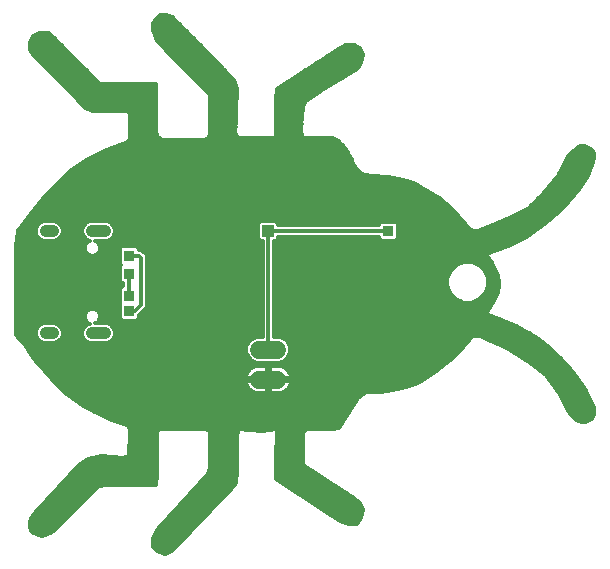
<source format=gbl>
G75*
%MOIN*%
%OFA0B0*%
%FSLAX24Y24*%
%IPPOS*%
%LPD*%
%AMOC8*
5,1,8,0,0,1.08239X$1,22.5*
%
%ADD10C,0.0394*%
%ADD11C,0.0600*%
%ADD12C,0.0120*%
%ADD13R,0.0376X0.0376*%
%ADD14R,0.0400X0.0400*%
D10*
X008422Y015483D02*
X008658Y015483D01*
X009970Y015483D02*
X010402Y015483D01*
X010402Y018884D02*
X009970Y018884D01*
X008658Y018884D02*
X008422Y018884D01*
D11*
X015546Y014933D02*
X016146Y014933D01*
X016146Y013933D02*
X015546Y013933D01*
D12*
X007896Y009033D02*
X007946Y008883D01*
X008096Y008783D01*
X008296Y008733D01*
X008496Y008783D01*
X008696Y008883D01*
X010196Y010383D01*
X010446Y010433D01*
X012096Y010433D01*
X012146Y010783D01*
X012146Y012183D01*
X012246Y012283D01*
X013746Y012283D01*
X013896Y012233D01*
X013896Y010983D01*
X013846Y010783D01*
X012146Y008933D01*
X011996Y008633D01*
X011996Y008383D01*
X012146Y008233D01*
X012396Y008133D01*
X012646Y008233D01*
X014746Y010433D01*
X014796Y010783D01*
X014796Y012033D01*
X014846Y012283D01*
X015646Y012233D01*
X016146Y012283D01*
X016096Y011183D01*
X016096Y010633D01*
X018246Y009233D01*
X018546Y009133D01*
X018796Y009133D01*
X018946Y009333D01*
X018996Y009583D01*
X018896Y009833D01*
X018646Y010033D01*
X016996Y011083D01*
X016996Y012183D01*
X017146Y012283D01*
X017996Y012283D01*
X018196Y012333D01*
X018846Y013333D01*
X019096Y013533D01*
X019596Y013533D01*
X019996Y013583D01*
X020446Y013683D01*
X020846Y013833D01*
X021096Y013983D01*
X021396Y014183D01*
X022046Y014683D01*
X022446Y015133D01*
X022646Y015383D01*
X022896Y015383D01*
X023796Y014983D01*
X024546Y014533D01*
X025096Y014083D01*
X025546Y013483D01*
X025846Y012883D01*
X026096Y012583D01*
X026296Y012533D01*
X026446Y012533D01*
X026646Y012633D01*
X026696Y012783D01*
X026696Y013033D01*
X026396Y013633D01*
X025996Y014183D01*
X025646Y014583D01*
X025246Y014983D01*
X024796Y015333D01*
X024096Y015733D01*
X023096Y016133D01*
X023396Y016633D01*
X023496Y016833D01*
X023546Y017133D01*
X023496Y017433D01*
X023296Y017833D01*
X023096Y018133D01*
X023946Y018433D01*
X024496Y018733D01*
X025146Y019183D01*
X025596Y019583D01*
X025896Y019933D01*
X026246Y020333D01*
X026496Y020733D01*
X026646Y021083D01*
X026696Y021333D01*
X026696Y021483D01*
X026596Y021633D01*
X026396Y021733D01*
X026246Y021733D01*
X026096Y021633D01*
X025846Y021383D01*
X025496Y020733D01*
X024996Y020133D01*
X024496Y019633D01*
X023796Y019283D01*
X023346Y019083D01*
X022846Y018883D01*
X022646Y018883D01*
X022446Y019083D01*
X021996Y019583D01*
X021896Y019683D01*
X021546Y019983D01*
X021146Y020233D01*
X020696Y020483D01*
X020196Y020633D01*
X019846Y020683D01*
X019296Y020733D01*
X018946Y020783D01*
X018746Y021033D01*
X018446Y021633D01*
X018146Y021933D01*
X017996Y021983D01*
X016996Y021983D01*
X016946Y022133D01*
X016946Y022383D01*
X016996Y023033D01*
X017096Y023233D01*
X017646Y023583D01*
X018796Y024283D01*
X018946Y024483D01*
X018996Y024783D01*
X018896Y024983D01*
X018696Y025083D01*
X018446Y025083D01*
X018296Y025033D01*
X016146Y023633D01*
X016096Y023283D01*
X016096Y021983D01*
X014846Y021983D01*
X014746Y022133D01*
X014796Y023633D01*
X014696Y023933D01*
X012646Y026033D01*
X012446Y026083D01*
X012246Y026083D01*
X011996Y025833D01*
X011996Y025583D01*
X012146Y025233D01*
X013896Y023433D01*
X013896Y022083D01*
X013846Y021983D01*
X013696Y021933D01*
X012346Y021933D01*
X012146Y022033D01*
X012096Y022233D01*
X012096Y023783D01*
X010246Y023783D01*
X008546Y025483D01*
X008246Y025483D01*
X007996Y025383D01*
X007896Y025183D01*
X007896Y024933D01*
X008046Y024733D01*
X009446Y023333D01*
X009746Y022983D01*
X009996Y022883D01*
X011196Y022883D01*
X011246Y022733D01*
X011246Y021933D01*
X011096Y021833D01*
X010546Y021633D01*
X009846Y021283D01*
X009246Y020883D01*
X008446Y020083D01*
X007896Y019433D01*
X007496Y018883D01*
X007446Y018383D01*
X007446Y015433D01*
X007746Y015083D01*
X008046Y014633D01*
X008346Y014283D01*
X008596Y013983D01*
X009046Y013533D01*
X009746Y013033D01*
X010196Y012783D01*
X010646Y012583D01*
X010946Y012483D01*
X011196Y012383D01*
X011246Y012233D01*
X011246Y012033D01*
X011196Y011533D01*
X011196Y011383D01*
X010996Y011333D01*
X010296Y011383D01*
X009846Y011283D01*
X009546Y011083D01*
X007996Y009433D01*
X007896Y009233D01*
X007896Y009033D01*
X007896Y009073D02*
X008886Y009073D01*
X008768Y008955D02*
X007922Y008955D01*
X008017Y008836D02*
X008602Y008836D01*
X009005Y009192D02*
X007896Y009192D01*
X007935Y009310D02*
X009123Y009310D01*
X009242Y009429D02*
X007994Y009429D01*
X008103Y009547D02*
X009360Y009547D01*
X009479Y009666D02*
X008215Y009666D01*
X008326Y009784D02*
X009597Y009784D01*
X009716Y009903D02*
X008437Y009903D01*
X008549Y010021D02*
X009834Y010021D01*
X009953Y010140D02*
X008660Y010140D01*
X008771Y010258D02*
X010071Y010258D01*
X010190Y010377D02*
X008883Y010377D01*
X008994Y010495D02*
X012105Y010495D01*
X012122Y010614D02*
X009105Y010614D01*
X009216Y010732D02*
X012139Y010732D01*
X012146Y010851D02*
X009328Y010851D01*
X009439Y010969D02*
X012146Y010969D01*
X012146Y011088D02*
X009553Y011088D01*
X009731Y011206D02*
X012146Y011206D01*
X012146Y011325D02*
X010033Y011325D01*
X011196Y011443D02*
X012146Y011443D01*
X012146Y011562D02*
X011199Y011562D01*
X011211Y011680D02*
X012146Y011680D01*
X012146Y011799D02*
X011223Y011799D01*
X011235Y011917D02*
X012146Y011917D01*
X012146Y012036D02*
X011246Y012036D01*
X011246Y012154D02*
X012146Y012154D01*
X012236Y012273D02*
X011233Y012273D01*
X011176Y012391D02*
X018234Y012391D01*
X018311Y012510D02*
X010867Y012510D01*
X010545Y012628D02*
X018388Y012628D01*
X018465Y012747D02*
X010278Y012747D01*
X010049Y012865D02*
X018542Y012865D01*
X018619Y012984D02*
X009835Y012984D01*
X009650Y013102D02*
X018696Y013102D01*
X018773Y013221D02*
X009484Y013221D01*
X009318Y013339D02*
X018854Y013339D01*
X019002Y013458D02*
X009152Y013458D01*
X009003Y013576D02*
X015255Y013576D01*
X015247Y013582D02*
X015305Y013540D01*
X015370Y013507D01*
X015438Y013485D01*
X015510Y013473D01*
X015806Y013473D01*
X015806Y013893D01*
X015886Y013893D01*
X015886Y013473D01*
X016182Y013473D01*
X016254Y013485D01*
X016323Y013507D01*
X016387Y013540D01*
X016446Y013582D01*
X016497Y013634D01*
X016540Y013692D01*
X016572Y013757D01*
X016595Y013826D01*
X016606Y013893D01*
X015886Y013893D01*
X015886Y013973D01*
X016606Y013973D01*
X016595Y014041D01*
X016572Y014110D01*
X016540Y014174D01*
X016497Y014233D01*
X016446Y014284D01*
X016387Y014327D01*
X016323Y014360D01*
X016254Y014382D01*
X016182Y014393D01*
X015886Y014393D01*
X015886Y013973D01*
X015806Y013973D01*
X015806Y013893D01*
X015087Y013893D01*
X015098Y013826D01*
X015120Y013757D01*
X015153Y013692D01*
X015195Y013634D01*
X015247Y013582D01*
X015151Y013695D02*
X008885Y013695D01*
X008766Y013813D02*
X015101Y013813D01*
X015087Y013973D02*
X015806Y013973D01*
X015806Y014393D01*
X015510Y014393D01*
X015438Y014382D01*
X015370Y014360D01*
X015305Y014327D01*
X015247Y014284D01*
X015195Y014233D01*
X015153Y014174D01*
X015120Y014110D01*
X015098Y014041D01*
X015087Y013973D01*
X015101Y014050D02*
X008540Y014050D01*
X008442Y014169D02*
X015150Y014169D01*
X015251Y014287D02*
X008343Y014287D01*
X008241Y014406D02*
X021685Y014406D01*
X021531Y014287D02*
X016442Y014287D01*
X016542Y014169D02*
X021374Y014169D01*
X021197Y014050D02*
X016592Y014050D01*
X016591Y013813D02*
X020793Y013813D01*
X021010Y013932D02*
X015886Y013932D01*
X015806Y013932D02*
X008648Y013932D01*
X008140Y014524D02*
X015410Y014524D01*
X015461Y014503D02*
X016232Y014503D01*
X016390Y014569D01*
X016511Y014690D01*
X016576Y014848D01*
X016576Y015019D01*
X016511Y015177D01*
X016390Y015298D01*
X016232Y015363D01*
X016036Y015363D01*
X016036Y018553D01*
X016100Y018553D01*
X016176Y018629D01*
X016176Y018693D01*
X019528Y018693D01*
X019528Y018641D01*
X019604Y018565D01*
X020088Y018565D01*
X020164Y018641D01*
X020164Y019125D01*
X020088Y019201D01*
X019604Y019201D01*
X019528Y019125D01*
X019528Y019073D01*
X016176Y019073D01*
X016176Y019137D01*
X016100Y019213D01*
X015592Y019213D01*
X015516Y019137D01*
X015516Y018629D01*
X015592Y018553D01*
X015656Y018553D01*
X015656Y015363D01*
X015461Y015363D01*
X015303Y015298D01*
X015182Y015177D01*
X015116Y015019D01*
X015116Y014848D01*
X015182Y014690D01*
X015303Y014569D01*
X015461Y014503D01*
X015229Y014643D02*
X008040Y014643D01*
X007961Y014761D02*
X015152Y014761D01*
X015116Y014880D02*
X007882Y014880D01*
X007803Y014998D02*
X015116Y014998D01*
X015157Y015117D02*
X007717Y015117D01*
X007616Y015235D02*
X008207Y015235D01*
X008237Y015205D02*
X008357Y015156D01*
X008723Y015156D01*
X008844Y015205D01*
X008935Y015297D01*
X008985Y015418D01*
X008985Y015548D01*
X008935Y015668D01*
X008844Y015760D01*
X008723Y015809D01*
X008357Y015809D01*
X008237Y015760D01*
X008145Y015668D01*
X008095Y015548D01*
X008095Y015418D01*
X008145Y015297D01*
X008237Y015205D01*
X008122Y015354D02*
X007514Y015354D01*
X007446Y015472D02*
X008095Y015472D01*
X008113Y015591D02*
X007446Y015591D01*
X007446Y015709D02*
X008187Y015709D01*
X008894Y015709D02*
X009734Y015709D01*
X009692Y015668D02*
X009643Y015548D01*
X009643Y015418D01*
X009692Y015297D01*
X009784Y015205D01*
X009904Y015156D01*
X010467Y015156D01*
X010588Y015205D01*
X010680Y015297D01*
X010729Y015418D01*
X010729Y015548D01*
X010680Y015668D01*
X010588Y015760D01*
X010467Y015809D01*
X010081Y015809D01*
X010123Y015827D01*
X010196Y015899D01*
X010235Y015994D01*
X010235Y016097D01*
X010196Y016192D01*
X010123Y016264D01*
X010029Y016303D01*
X009926Y016303D01*
X009831Y016264D01*
X009759Y016192D01*
X009719Y016097D01*
X009719Y015994D01*
X009759Y015899D01*
X009831Y015827D01*
X009889Y015803D01*
X009784Y015760D01*
X009692Y015668D01*
X009660Y015591D02*
X008967Y015591D01*
X008985Y015472D02*
X009643Y015472D01*
X009669Y015354D02*
X008959Y015354D01*
X008873Y015235D02*
X009754Y015235D01*
X009830Y015828D02*
X007446Y015828D01*
X007446Y015946D02*
X009739Y015946D01*
X009719Y016065D02*
X007446Y016065D01*
X007446Y016183D02*
X009755Y016183D01*
X009922Y016302D02*
X007446Y016302D01*
X007446Y016420D02*
X010888Y016420D01*
X010888Y016455D02*
X010888Y015971D01*
X010964Y015895D01*
X011448Y015895D01*
X011524Y015971D01*
X011524Y016083D01*
X011685Y016243D01*
X011796Y016355D01*
X011796Y018082D01*
X011685Y018193D01*
X011625Y018253D01*
X011524Y018253D01*
X011524Y018305D01*
X011448Y018381D01*
X010964Y018381D01*
X010888Y018305D01*
X010888Y017821D01*
X010946Y017763D01*
X010888Y017705D01*
X010888Y017221D01*
X010964Y017145D01*
X011016Y017145D01*
X011016Y017041D01*
X010964Y017041D01*
X010888Y016965D01*
X010888Y016481D01*
X010901Y016468D01*
X010888Y016455D01*
X010888Y016539D02*
X007446Y016539D01*
X007446Y016657D02*
X010888Y016657D01*
X010888Y016776D02*
X007446Y016776D01*
X007446Y016894D02*
X010888Y016894D01*
X010936Y017013D02*
X007446Y017013D01*
X007446Y017131D02*
X011016Y017131D01*
X010888Y017250D02*
X007446Y017250D01*
X007446Y017368D02*
X010888Y017368D01*
X010888Y017487D02*
X007446Y017487D01*
X007446Y017605D02*
X010888Y017605D01*
X010907Y017724D02*
X007446Y017724D01*
X007446Y017842D02*
X010888Y017842D01*
X010888Y017961D02*
X007446Y017961D01*
X007446Y018079D02*
X009887Y018079D01*
X009926Y018063D02*
X010029Y018063D01*
X010123Y018102D01*
X010196Y018175D01*
X010235Y018270D01*
X010235Y018372D01*
X010196Y018467D01*
X010123Y018540D01*
X010081Y018557D01*
X010467Y018557D01*
X010588Y018607D01*
X010680Y018699D01*
X010729Y018819D01*
X010729Y018949D01*
X010680Y019069D01*
X010588Y019161D01*
X010467Y019211D01*
X009904Y019211D01*
X009784Y019161D01*
X009692Y019069D01*
X009643Y018949D01*
X009643Y018819D01*
X009692Y018699D01*
X009784Y018607D01*
X009889Y018564D01*
X009831Y018540D01*
X009759Y018467D01*
X009719Y018372D01*
X009719Y018270D01*
X009759Y018175D01*
X009831Y018102D01*
X009926Y018063D01*
X010068Y018079D02*
X010888Y018079D01*
X010888Y018198D02*
X010205Y018198D01*
X010235Y018316D02*
X010899Y018316D01*
X011206Y018063D02*
X011546Y018063D01*
X011606Y018003D01*
X011606Y016433D01*
X011386Y016213D01*
X011206Y016213D01*
X010888Y016183D02*
X010199Y016183D01*
X010235Y016065D02*
X010888Y016065D01*
X010913Y015946D02*
X010215Y015946D01*
X010124Y015828D02*
X015656Y015828D01*
X015656Y015946D02*
X011499Y015946D01*
X011524Y016065D02*
X015656Y016065D01*
X015656Y016183D02*
X011625Y016183D01*
X011743Y016302D02*
X015656Y016302D01*
X015656Y016420D02*
X011796Y016420D01*
X011796Y016539D02*
X015656Y016539D01*
X015656Y016657D02*
X011796Y016657D01*
X011796Y016776D02*
X015656Y016776D01*
X015656Y016894D02*
X011796Y016894D01*
X011796Y017013D02*
X015656Y017013D01*
X015656Y017131D02*
X011796Y017131D01*
X011796Y017250D02*
X015656Y017250D01*
X015656Y017368D02*
X011796Y017368D01*
X011796Y017487D02*
X015656Y017487D01*
X015656Y017605D02*
X011796Y017605D01*
X011796Y017724D02*
X015656Y017724D01*
X015656Y017842D02*
X011796Y017842D01*
X011796Y017961D02*
X015656Y017961D01*
X015656Y018079D02*
X011796Y018079D01*
X011680Y018198D02*
X015656Y018198D01*
X015656Y018316D02*
X011513Y018316D01*
X011206Y017463D02*
X011206Y016723D01*
X010888Y016302D02*
X010033Y016302D01*
X010638Y015709D02*
X015656Y015709D01*
X015656Y015591D02*
X010711Y015591D01*
X010729Y015472D02*
X015656Y015472D01*
X015438Y015354D02*
X010703Y015354D01*
X010618Y015235D02*
X015240Y015235D01*
X015846Y014933D02*
X015846Y018883D01*
X019846Y018883D01*
X019528Y018672D02*
X016176Y018672D01*
X016100Y018553D02*
X024166Y018553D01*
X023949Y018435D02*
X016036Y018435D01*
X016036Y018316D02*
X023615Y018316D01*
X023279Y018198D02*
X016036Y018198D01*
X016036Y018079D02*
X023132Y018079D01*
X023211Y017961D02*
X016036Y017961D01*
X016036Y017842D02*
X022307Y017842D01*
X022361Y017865D02*
X022110Y017761D01*
X021919Y017569D01*
X021815Y017319D01*
X021815Y017048D01*
X021919Y016797D01*
X022110Y016606D01*
X022361Y016502D01*
X022632Y016502D01*
X022882Y016606D01*
X023074Y016797D01*
X023177Y017048D01*
X023177Y017319D01*
X023074Y017569D01*
X022882Y017761D01*
X022632Y017865D01*
X022361Y017865D01*
X022073Y017724D02*
X016036Y017724D01*
X016036Y017605D02*
X021955Y017605D01*
X021885Y017487D02*
X016036Y017487D01*
X016036Y017368D02*
X021836Y017368D01*
X021815Y017250D02*
X016036Y017250D01*
X016036Y017131D02*
X021815Y017131D01*
X021829Y017013D02*
X016036Y017013D01*
X016036Y016894D02*
X021879Y016894D01*
X021940Y016776D02*
X016036Y016776D01*
X016036Y016657D02*
X022059Y016657D01*
X022272Y016539D02*
X016036Y016539D01*
X016036Y016420D02*
X023268Y016420D01*
X023197Y016302D02*
X016036Y016302D01*
X016036Y016183D02*
X023126Y016183D01*
X023267Y016065D02*
X016036Y016065D01*
X016036Y015946D02*
X023564Y015946D01*
X023860Y015828D02*
X016036Y015828D01*
X016036Y015709D02*
X024138Y015709D01*
X024346Y015591D02*
X016036Y015591D01*
X016036Y015472D02*
X024553Y015472D01*
X024760Y015354D02*
X022963Y015354D01*
X023229Y015235D02*
X024922Y015235D01*
X025075Y015117D02*
X023496Y015117D01*
X023762Y014998D02*
X025227Y014998D01*
X025350Y014880D02*
X023969Y014880D01*
X024166Y014761D02*
X025468Y014761D01*
X025587Y014643D02*
X024364Y014643D01*
X024557Y014524D02*
X025698Y014524D01*
X025801Y014406D02*
X024702Y014406D01*
X024847Y014287D02*
X025905Y014287D01*
X026007Y014169D02*
X024992Y014169D01*
X025121Y014050D02*
X026093Y014050D01*
X026179Y013932D02*
X025210Y013932D01*
X025299Y013813D02*
X026265Y013813D01*
X026351Y013695D02*
X025388Y013695D01*
X025476Y013576D02*
X026425Y013576D01*
X026484Y013458D02*
X025559Y013458D01*
X025618Y013339D02*
X026543Y013339D01*
X026602Y013221D02*
X025677Y013221D01*
X025737Y013102D02*
X026662Y013102D01*
X026696Y012984D02*
X025796Y012984D01*
X025861Y012865D02*
X026696Y012865D01*
X026684Y012747D02*
X025960Y012747D01*
X026059Y012628D02*
X026636Y012628D01*
X023339Y016539D02*
X022720Y016539D01*
X022934Y016657D02*
X023408Y016657D01*
X023467Y016776D02*
X023052Y016776D01*
X023114Y016894D02*
X023506Y016894D01*
X023526Y017013D02*
X023163Y017013D01*
X023177Y017131D02*
X023546Y017131D01*
X023527Y017250D02*
X023177Y017250D01*
X023157Y017368D02*
X023507Y017368D01*
X023469Y017487D02*
X023108Y017487D01*
X023037Y017605D02*
X023410Y017605D01*
X023351Y017724D02*
X022919Y017724D01*
X022685Y017842D02*
X023290Y017842D01*
X022910Y018909D02*
X024750Y018909D01*
X024921Y019027D02*
X023206Y019027D01*
X023487Y019146D02*
X025092Y019146D01*
X025237Y019264D02*
X023754Y019264D01*
X023995Y019383D02*
X025371Y019383D01*
X025504Y019501D02*
X024232Y019501D01*
X024469Y019620D02*
X025627Y019620D01*
X025729Y019738D02*
X024601Y019738D01*
X024720Y019857D02*
X025831Y019857D01*
X025933Y019975D02*
X024838Y019975D01*
X024957Y020094D02*
X026037Y020094D01*
X026140Y020212D02*
X025062Y020212D01*
X025161Y020331D02*
X026244Y020331D01*
X026319Y020449D02*
X025260Y020449D01*
X025358Y020568D02*
X026393Y020568D01*
X026467Y020686D02*
X025457Y020686D01*
X025535Y020805D02*
X026527Y020805D01*
X026578Y020923D02*
X025599Y020923D01*
X025662Y021042D02*
X026628Y021042D01*
X026662Y021160D02*
X025726Y021160D01*
X025790Y021279D02*
X026685Y021279D01*
X026696Y021397D02*
X025860Y021397D01*
X025979Y021516D02*
X026674Y021516D01*
X026594Y021634D02*
X026098Y021634D01*
X024579Y018790D02*
X020164Y018790D01*
X020164Y018672D02*
X024383Y018672D01*
X022621Y018909D02*
X020164Y018909D01*
X020164Y019027D02*
X022502Y019027D01*
X022390Y019146D02*
X020144Y019146D01*
X019549Y019146D02*
X016167Y019146D01*
X015592Y018553D02*
X010091Y018553D01*
X010209Y018435D02*
X015656Y018435D01*
X015516Y018672D02*
X010652Y018672D01*
X010717Y018790D02*
X015516Y018790D01*
X015516Y018909D02*
X010729Y018909D01*
X010697Y019027D02*
X015516Y019027D01*
X015525Y019146D02*
X010603Y019146D01*
X009769Y019146D02*
X008859Y019146D01*
X008844Y019161D02*
X008723Y019211D01*
X008357Y019211D01*
X008237Y019161D01*
X008145Y019069D01*
X008095Y018949D01*
X008095Y018819D01*
X008145Y018699D01*
X008237Y018607D01*
X008357Y018557D01*
X008723Y018557D01*
X008844Y018607D01*
X008935Y018699D01*
X008985Y018819D01*
X008985Y018949D01*
X008935Y019069D01*
X008844Y019161D01*
X008953Y019027D02*
X009675Y019027D01*
X009643Y018909D02*
X008985Y018909D01*
X008973Y018790D02*
X009654Y018790D01*
X009719Y018672D02*
X008908Y018672D01*
X008172Y018672D02*
X007475Y018672D01*
X007487Y018790D02*
X008107Y018790D01*
X008095Y018909D02*
X007515Y018909D01*
X007601Y019027D02*
X008128Y019027D01*
X008222Y019146D02*
X007687Y019146D01*
X007773Y019264D02*
X022283Y019264D01*
X022177Y019383D02*
X007859Y019383D01*
X007954Y019501D02*
X022070Y019501D01*
X021960Y019620D02*
X008054Y019620D01*
X008154Y019738D02*
X021832Y019738D01*
X021694Y019857D02*
X008255Y019857D01*
X008355Y019975D02*
X021555Y019975D01*
X021369Y020094D02*
X008457Y020094D01*
X008575Y020212D02*
X021180Y020212D01*
X020971Y020331D02*
X008694Y020331D01*
X008812Y020449D02*
X020757Y020449D01*
X020414Y020568D02*
X008931Y020568D01*
X009049Y020686D02*
X019813Y020686D01*
X018929Y020805D02*
X009168Y020805D01*
X009306Y020923D02*
X018834Y020923D01*
X018742Y021042D02*
X009484Y021042D01*
X009662Y021160D02*
X018683Y021160D01*
X018623Y021279D02*
X009839Y021279D01*
X010074Y021397D02*
X018564Y021397D01*
X018505Y021516D02*
X010311Y021516D01*
X010549Y021634D02*
X018445Y021634D01*
X018327Y021753D02*
X010875Y021753D01*
X011153Y021871D02*
X018208Y021871D01*
X016994Y021990D02*
X016096Y021990D01*
X016096Y022108D02*
X016955Y022108D01*
X016946Y022227D02*
X016096Y022227D01*
X016096Y022345D02*
X016946Y022345D01*
X016952Y022464D02*
X016096Y022464D01*
X016096Y022582D02*
X016961Y022582D01*
X016971Y022701D02*
X016096Y022701D01*
X016096Y022819D02*
X016980Y022819D01*
X016989Y022938D02*
X016096Y022938D01*
X016096Y023056D02*
X017008Y023056D01*
X017067Y023175D02*
X016096Y023175D01*
X016098Y023293D02*
X017191Y023293D01*
X017377Y023412D02*
X016115Y023412D01*
X016131Y023530D02*
X017563Y023530D01*
X017754Y023649D02*
X016170Y023649D01*
X016352Y023767D02*
X017949Y023767D01*
X018143Y023886D02*
X016534Y023886D01*
X016716Y024004D02*
X018338Y024004D01*
X018533Y024123D02*
X016898Y024123D01*
X017080Y024241D02*
X018727Y024241D01*
X018854Y024360D02*
X017262Y024360D01*
X017444Y024478D02*
X018942Y024478D01*
X018965Y024597D02*
X017626Y024597D01*
X017808Y024715D02*
X018985Y024715D01*
X018971Y024834D02*
X017990Y024834D01*
X018172Y024952D02*
X018912Y024952D01*
X018721Y025071D02*
X018409Y025071D01*
X014791Y023649D02*
X013687Y023649D01*
X013802Y023530D02*
X014793Y023530D01*
X014789Y023412D02*
X013896Y023412D01*
X013896Y023293D02*
X014785Y023293D01*
X014781Y023175D02*
X013896Y023175D01*
X013896Y023056D02*
X014777Y023056D01*
X014773Y022938D02*
X013896Y022938D01*
X013896Y022819D02*
X014769Y022819D01*
X014765Y022701D02*
X013896Y022701D01*
X013896Y022582D02*
X014761Y022582D01*
X014757Y022464D02*
X013896Y022464D01*
X013896Y022345D02*
X014753Y022345D01*
X014749Y022227D02*
X013896Y022227D01*
X013896Y022108D02*
X014763Y022108D01*
X014842Y021990D02*
X013849Y021990D01*
X012233Y021990D02*
X011246Y021990D01*
X011246Y022108D02*
X012127Y022108D01*
X012098Y022227D02*
X011246Y022227D01*
X011246Y022345D02*
X012096Y022345D01*
X012096Y022464D02*
X011246Y022464D01*
X011246Y022582D02*
X012096Y022582D01*
X012096Y022701D02*
X011246Y022701D01*
X011218Y022819D02*
X012096Y022819D01*
X012096Y022938D02*
X009860Y022938D01*
X009684Y023056D02*
X012096Y023056D01*
X012096Y023175D02*
X009582Y023175D01*
X009480Y023293D02*
X012096Y023293D01*
X012096Y023412D02*
X009368Y023412D01*
X009249Y023530D02*
X012096Y023530D01*
X012096Y023649D02*
X009131Y023649D01*
X009012Y023767D02*
X012096Y023767D01*
X012880Y024478D02*
X014164Y024478D01*
X014280Y024360D02*
X012995Y024360D01*
X013111Y024241D02*
X014395Y024241D01*
X014511Y024123D02*
X013226Y024123D01*
X013341Y024004D02*
X014627Y024004D01*
X014712Y023886D02*
X013456Y023886D01*
X013571Y023767D02*
X014752Y023767D01*
X014048Y024597D02*
X012765Y024597D01*
X012650Y024715D02*
X013933Y024715D01*
X013817Y024834D02*
X012535Y024834D01*
X012419Y024952D02*
X013701Y024952D01*
X013586Y025071D02*
X012304Y025071D01*
X012189Y025189D02*
X013470Y025189D01*
X013354Y025308D02*
X012114Y025308D01*
X012063Y025426D02*
X013239Y025426D01*
X013123Y025545D02*
X012013Y025545D01*
X011996Y025663D02*
X013007Y025663D01*
X012892Y025782D02*
X011996Y025782D01*
X012063Y025900D02*
X012776Y025900D01*
X012660Y026019D02*
X012182Y026019D01*
X010144Y023886D02*
X008894Y023886D01*
X008775Y024004D02*
X010025Y024004D01*
X009907Y024123D02*
X008657Y024123D01*
X008538Y024241D02*
X009788Y024241D01*
X009670Y024360D02*
X008420Y024360D01*
X008301Y024478D02*
X009551Y024478D01*
X009433Y024597D02*
X008183Y024597D01*
X008064Y024715D02*
X009314Y024715D01*
X009196Y024834D02*
X007971Y024834D01*
X007896Y024952D02*
X009077Y024952D01*
X008959Y025071D02*
X007896Y025071D01*
X007899Y025189D02*
X008840Y025189D01*
X008722Y025308D02*
X007958Y025308D01*
X008104Y025426D02*
X008603Y025426D01*
X007463Y018553D02*
X009864Y018553D01*
X009745Y018435D02*
X007451Y018435D01*
X007446Y018316D02*
X009719Y018316D01*
X009749Y018198D02*
X007446Y018198D01*
X013778Y012273D02*
X014844Y012273D01*
X014820Y012154D02*
X013896Y012154D01*
X013896Y012036D02*
X014797Y012036D01*
X014796Y011917D02*
X013896Y011917D01*
X013896Y011799D02*
X014796Y011799D01*
X014796Y011680D02*
X013896Y011680D01*
X013896Y011562D02*
X014796Y011562D01*
X014796Y011443D02*
X013896Y011443D01*
X013896Y011325D02*
X014796Y011325D01*
X014796Y011206D02*
X013896Y011206D01*
X013896Y011088D02*
X014796Y011088D01*
X014796Y010969D02*
X013893Y010969D01*
X013863Y010851D02*
X014796Y010851D01*
X014789Y010732D02*
X013799Y010732D01*
X013690Y010614D02*
X014772Y010614D01*
X014755Y010495D02*
X013582Y010495D01*
X013473Y010377D02*
X014692Y010377D01*
X014579Y010258D02*
X013364Y010258D01*
X013255Y010140D02*
X014466Y010140D01*
X014353Y010021D02*
X013146Y010021D01*
X013037Y009903D02*
X014240Y009903D01*
X014127Y009784D02*
X012928Y009784D01*
X012819Y009666D02*
X014014Y009666D01*
X013900Y009547D02*
X012710Y009547D01*
X012602Y009429D02*
X013787Y009429D01*
X013674Y009310D02*
X012493Y009310D01*
X012384Y009192D02*
X013561Y009192D01*
X013448Y009073D02*
X012275Y009073D01*
X012166Y008955D02*
X013335Y008955D01*
X013222Y008836D02*
X012098Y008836D01*
X012038Y008718D02*
X013109Y008718D01*
X012996Y008599D02*
X011996Y008599D01*
X011996Y008481D02*
X012882Y008481D01*
X012769Y008362D02*
X012017Y008362D01*
X012136Y008244D02*
X012656Y008244D01*
X016096Y010732D02*
X017548Y010732D01*
X017734Y010614D02*
X016126Y010614D01*
X016308Y010495D02*
X017920Y010495D01*
X018106Y010377D02*
X016490Y010377D01*
X016672Y010258D02*
X018293Y010258D01*
X018479Y010140D02*
X016854Y010140D01*
X017036Y010021D02*
X018661Y010021D01*
X018809Y009903D02*
X017218Y009903D01*
X017400Y009784D02*
X018916Y009784D01*
X018963Y009666D02*
X017582Y009666D01*
X017764Y009547D02*
X018989Y009547D01*
X018965Y009429D02*
X017946Y009429D01*
X018128Y009310D02*
X018929Y009310D01*
X018840Y009192D02*
X018371Y009192D01*
X017362Y010851D02*
X016096Y010851D01*
X016096Y010969D02*
X017175Y010969D01*
X016996Y011088D02*
X016096Y011088D01*
X016097Y011206D02*
X016996Y011206D01*
X016996Y011325D02*
X016103Y011325D01*
X016108Y011443D02*
X016996Y011443D01*
X016996Y011562D02*
X016113Y011562D01*
X016119Y011680D02*
X016996Y011680D01*
X016996Y011799D02*
X016124Y011799D01*
X016130Y011917D02*
X016996Y011917D01*
X016996Y012036D02*
X016135Y012036D01*
X016140Y012154D02*
X016996Y012154D01*
X017130Y012273D02*
X016146Y012273D01*
X016041Y012273D02*
X015014Y012273D01*
X015806Y013576D02*
X015886Y013576D01*
X015886Y013695D02*
X015806Y013695D01*
X015806Y013813D02*
X015886Y013813D01*
X015886Y014050D02*
X015806Y014050D01*
X015806Y014169D02*
X015886Y014169D01*
X015886Y014287D02*
X015806Y014287D01*
X016282Y014524D02*
X021840Y014524D01*
X021994Y014643D02*
X016464Y014643D01*
X016540Y014761D02*
X022116Y014761D01*
X022221Y014880D02*
X016576Y014880D01*
X016576Y014998D02*
X022326Y014998D01*
X022432Y015117D02*
X016536Y015117D01*
X016452Y015235D02*
X022528Y015235D01*
X022623Y015354D02*
X016255Y015354D01*
X016541Y013695D02*
X020477Y013695D01*
X019940Y013576D02*
X016437Y013576D01*
D13*
X011206Y016213D03*
X011206Y016723D03*
X011206Y017463D03*
X011206Y018063D03*
X019846Y018883D03*
D14*
X015846Y018883D03*
M02*

</source>
